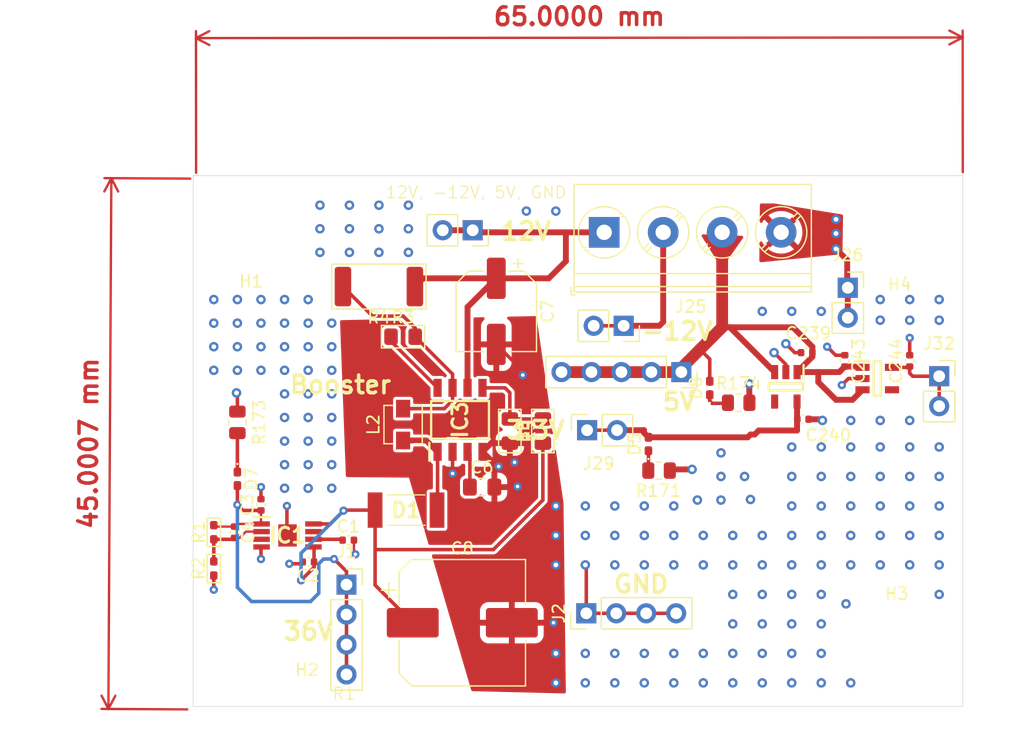
<source format=kicad_pcb>
(kicad_pcb (version 20240108) (generator "pcbnew") (generator_version "8.0")
  (layers (0 "F.Cu" signal) (1 "In1.Cu" power) (2 "In2.Cu" power) (31 "B.Cu" signal) (34 "B.Paste" user) (35 "F.Paste" user) (36 "B.SilkS" user "B.Silkscreen") (37 "F.SilkS" user "F.Silkscreen") (38 "B.Mask" user) (39 "F.Mask" user) (44 "Edge.Cuts" user))
  (net 0 "")
  (net 1 "5V")
  (net 2 "12V")
  (net 3 "3.3V")
  (net 4 "GND")
  (net 5 "Net-(D5-Pad1)")
  (net 6 "Net-(D7-Pad1)")
  (net 8 "-12V")
  (net 9 "Net-(D8-Pad1)")
  (net 10 "Net-(IC3-TC)")
  (net 11 "Net-(IC3-SWC)")
  (net 12 "Net-(IC3-CII)")
  (net 13 "36V")
  (net 14 "Net-(IC3-DRC)")
  (net 15 "Net-(IC3-IPK)")
  (net 17 "3.3V_2")
  (net 18 "Net-(IC1-SS)")
  (net 19 "36V_LDO")
  (net 20 "Net-(IC1-ADJ{slash}FF)")
  (footprint "Capacitor_SMD:C_0402_1005Metric" (layer "F.Cu") (at 185 55.2 90)
    (property "Reference" "C244")
    (property "Value" "1uF")
  )
  (footprint "LED_SMD:LED_0402_1005Metric_Pad0.77x0.64mm_HandSolder" (layer "F.Cu") (at 162.85 62.25 90)
    (property "Reference" "D5")
    (property "Value" "LED")
  )
  (footprint "Connector_PinSocket_2.54mm:PinSocket_1x02_P2.54mm_Vertical" (layer "F.Cu") (at 179.75 49)
    (property "Reference" "J26")
    (property "Value" "PINHD_1x2_Female")
  )
  (footprint "Connector_PinSocket_2.54mm:PinSocket_1x02_P2.54mm_Vertical" (layer "F.Cu") (at 157.65 61.075 90)
    (property "Reference" "J29")
    (property "Value" "PINHD_1x2_Female")
  )
  (footprint "Resistor_SMD:R_0805_2012Metric" (layer "F.Cu") (at 170.5 58.75)
    (property "Reference" "R174")
    (property "Value" "2.2k")
  )
  (footprint "PCM_Resistor_SMD_AKL:R_2512_6332Metric_Pad1.40x3.35mm_HandSolder" (layer "F.Cu") (at 140 48.9 180)
    (property "Reference" "R4")
    (property "Value" "0.22")
  )
  (footprint "Connector_PinSocket_2.54mm:PinSocket_1x04_P2.54mm_Vertical" (layer "F.Cu") (at 137.25 74.17)
    (property "Reference" "J1")
    (property "Value" "PINHD_1x4_Female")
  )
  (footprint "TerminalBlock_Phoenix:TerminalBlock_Phoenix_PT-1,5-4-5.0-H_1x04_P5.00mm_Horizontal" (layer "F.Cu") (at 159.1 44.3)
    (property "Reference" "J25")
    (property "Value" "Screw_Terminal_4_P5.00mm")
  )
  (footprint "Capacitor_SMD:CP_Elec_10x10.5" (layer "F.Cu") (at 147.0675 77.4)
    (property "Reference" "C8")
    (property "Value" "330uF_35V")
  )
  (footprint "PCM_Resistor_SMD_AKL:R_0805_2012Metric_Pad1.15x1.40mm_HandSolder" (layer "F.Cu") (at 153.9 61.15 90)
    (property "Reference" "R6")
    (property "Value" "280k")
  )
  (footprint "PCM_Resistor_SMD_AKL:R_0402_1005Metric_Pad0.72x0.64mm_HandSolder" (layer "F.Cu") (at 126 69.73 90)
    (property "Reference" "R1")
    (property "Value" "135k")
  )
  (footprint "Connector_PinHeader_2.54mm:PinHeader_1x04_P2.54mm_Vertical" (layer "F.Cu") (at 157.58 76.6 90)
    (property "Reference" "J2")
    (property "Value" "PINHD_1x4_Male")
  )
  (footprint "Inductor_SMD:L_Vishay_IHLP-1212" (layer "F.Cu") (at 142.05 60.6 90)
    (property "Reference" "L2")
    (property "Value" "180uH")
  )
  (footprint "SamacSys_Parts:SOP65P490X110-9N" (layer "F.Cu") (at 132.25 70)
    (property "Reference" "IC1")
    (property "Value" "NCP731ADNADJR2G" (hide yes))
  )
  (footprint "PCM_Resistor_SMD_AKL:R_0402_1005Metric_Pad0.72x0.64mm_HandSolder" (layer "F.Cu") (at 126 72.8 90)
    (property "Reference" "R2")
    (property "Value" "5k")
  )
  (footprint "Capacitor_SMD:C_0402_1005Metric" (layer "F.Cu") (at 134.02 72.25 180)
    (property "Reference" "C2")
    (property "Value" "1uF")
  )
  (footprint "SamacSys_Parts:TMBYV1040FILM" (layer "F.Cu") (at 142.3 67.85)
    (property "Reference" "D1")
    (property "Value" "TMBYV10-40FILM" (hide yes))
  )
  (footprint "MountingHole:MountingHole_3.2mm_M3" (layer "F.Cu") (at 129.5 44.15)
    (property "Reference" "H1")
    (property "Value" "MountingHole_M3")
  )
  (footprint "MountingHole:MountingHole_3.2mm_M3" (layer "F.Cu") (at 183.9 44.15)
    (property "Reference" "H4")
    (property "Value" "MountingHole_M3")
  )
  (footprint "Connector_PinSocket_2.54mm:PinSocket_1x02_P2.54mm_Vertical" (layer "F.Cu") (at 147.95 44.125 -90)
    (property "Reference" "J23" (hide yes))
    (property "Value" "PINHD_1x2_Female")
  )
  (footprint "LED_SMD:LED_0402_1005Metric_Pad0.77x0.64mm_HandSolder" (layer "F.Cu") (at 168.05 57.5 90)
    (property "Reference" "D8")
    (property "Value" "LED")
  )
  (footprint "Capacitor_SMD:C_0402_1005Metric" (layer "F.Cu") (at 127.75 69.73 -90)
    (property "Reference" "C4")
    (property "Value" "10nF")
  )
  (footprint "Capacitor_SMD:C_0402_1005Metric" (layer "F.Cu") (at 137.4 70.4)
    (property "Reference" "C1")
    (property "Value" "10nF")
  )
  (footprint "LED_SMD:LED_0402_1005Metric_Pad0.77x0.64mm_HandSolder" (layer "F.Cu") (at 128 65.2 -90)
    (property "Reference" "D7")
    (property "Value" "LED")
  )
  (footprint "PCM_Resistor_SMD_AKL:R_0805_2012Metric_Pad1.15x1.40mm_HandSolder" (layer "F.Cu") (at 151.1 61.15 -90)
    (property "Reference" "R5")
    (property "Value" "10k")
  )
  (footprint "Capacitor_SMD:CP_Elec_6.3x5.4" (layer "F.Cu") (at 149.95 51 -90)
    (property "Reference" "C7")
    (property "Value" "100uF_50V")
  )
  (footprint "Capacitor_SMD:C_0805_2012Metric_Pad1.18x1.45mm_HandSolder" (layer "F.Cu") (at 148.75 65.9)
    (property "Reference" "C6")
    (property "Value" "1.5nF")
  )
  (footprint "Capacitor_SMD:C_0402_1005Metric" (layer "F.Cu") (at 130 67.4 90)
    (property "Reference" "C3")
    (property "Value" "1uF")
  )
  (footprint "Connector_PinSocket_2.54mm:PinSocket_1x05_P2.54mm_Vertical" (layer "F.Cu") (at 165.64 56.15 -90)
    (property "Reference" "J28" (hide yes))
    (property "Value" "PINHD_1x5_Female")
  )
  (footprint "SamacSys_Parts:SOT95P280X145-5N" (layer "F.Cu") (at 174.5 57.4 -90)
    (property "Reference" "IC8" (hide yes))
    (property "Value" "TLV73333PDBVR" (hide yes))
  )
  (footprint "Connector_PinSocket_2.54mm:PinSocket_1x02_P2.54mm_Vertical" (layer "F.Cu") (at 160.75 52.225 -90)
    (property "Reference" "J24" (hide yes))
    (property "Value" "PINHD_1x2_Female")
  )
  (footprint "MountingHole:MountingHole_3.2mm_M3" (layer "F.Cu") (at 129.5 79.15)
    (property "Reference" "H2")
    (property "Value" "MountingHole_M3")
  )
  (footprint "SamacSys_Parts:SOT95P280X145-5N" (layer "F.Cu") (at 182.25 56.7)
    (property "Reference" "IC9" (hide yes))
    (property "Value" "TLV73333PDBVR" (hide yes))
  )
  (footprint "Resistor_SMD:R_0805_2012Metric" (layer "F.Cu") (at 163.75 64.5)
    (property "Reference" "R171")
    (property "Value" "2.2k")
  )
  (footprint "SamacSys_Parts:SOIC127P600X175-8N" (layer "F.Cu") (at 146.8775 60.19975 90)
    (property "Reference" "IC3")
    (property "Value" "MC34063ECD-TR" (hide yes))
  )
  (footprint "MountingHole:MountingHole_3.2mm_M3" (layer "F.Cu") (at 183.9 79.15)
    (property "Reference" "H3")
    (property "Value" "MountingHole_M3")
  )
  (footprint "Resistor_SMD:R_0805_2012Metric" (layer "F.Cu") (at 128 60.4125 90)
    (property "Reference" "R173")
    (property "Value" "2.2k")
  )
  (footprint "Capacitor_SMD:C_0402_1005Metric" (layer "F.Cu") (at 176.27 54.5)
    (property "Reference" "C239")
    (property "Value" "1uF")
  )
  (footprint "Capacitor_SMD:C_0402_1005Metric" (layer "F.Cu") (at 175.95 60.15)
    (property "Reference" "C240")
    (property "Value" "1uF")
  )
  (footprint "Capacitor_SMD:C_0402_1005Metric" (layer "F.Cu") (at 179.5 55.2 -90)
    (property "Reference" "C243")
    (property "Value" "1uF")
  )
  (footprint "Connector_PinSocket_2.54mm:PinSocket_1x02_P2.54mm_Vertical" (layer "F.Cu") (at 187.5 56.5)
    (property "Reference" "J32")
    (property "Value" "PINHD_1x2_Female")
  )
  (footprint "PCM_Resistor_SMD_AKL:R_0805_2012Metric_Pad1.15x1.40mm_HandSolder" (layer "F.Cu") (at 142.05 53.15)
    (property "Reference" "R3")
    (property "Value" "180")
  )
  (gr_line (start 124.25 84.5) (end 124.25 39.5) (stroke (width 0.05)) (layer "Edge.Cuts"))
  (gr_line (start 124.25 84.5) (end 189.5 84.5) (stroke (width 0.05)) (layer "Edge.Cuts"))
  (gr_line (start 124.25 39.5) (end 189.5 39.5) (stroke (width 0.05)) (layer "Edge.Cuts"))
  (gr_line (start 189.5 39.5) (end 189.5 84.5) (stroke (width 0.05)) (layer "Edge.Cuts"))
  (gr_text "3.3V" (at 150.65 61.95 0) (layer "F.SilkS") (effects (font (size 1.5 1.5) (thickness 0.3) (bold yes)) (justify left bottom)))
  (gr_text "12V" (at 150.2 45.1 0) (layer "F.SilkS") (effects (font (size 1.5 1.5) (thickness 0.3) (bold yes)) (justify left bottom)))
  (gr_text "5V\n" (at 163.9 59.55 0) (layer "F.SilkS") (effects (font (size 1.5 1.5) (thickness 0.3) (bold yes)) (justify left bottom)))
  (gr_text "R1" (at 136 84 0) (layer "F.SilkS") (effects (font (size 1 1) (thickness 0.1)) (justify left bottom)))
  (gr_text "-12V" (at 162.08 53.555 0) (layer "F.SilkS") (effects (font (size 1.5 1.5) (thickness 0.3) (bold yes)) (justify left bottom)))
  (gr_text "GND" (at 159.75 75 0) (layer "F.SilkS") (effects (font (size 1.5 1.5) (thickness 0.3) (bold yes)) (justify left bottom)))
  (gr_text "36V\n" (at 131.75 79 0) (layer "F.SilkS") (effects (font (size 1.5 1.5) (thickness 0.3) (bold yes)) (justify left bottom)))
  (gr_text "12V, -12V, 5V, GND" (at 140.5 41.5 0) (layer "F.SilkS") (effects (font (size 1 1) (thickness 0.1)) (justify left bottom)))
  (gr_text "Booster" (at 132.3 58.1 0) (layer "F.SilkS") (effects (font (size 1.5 1.5) (thickness 0.3) (bold yes)) (justify left bottom)))
  (dimension (type aligned) (layer "F.Cu") (pts (xy 124.5 39.75) (xy 124.25 84.75)) (height 7.187121) (gr_text "45.0007 mm" (at 115.388018 62.200072 89.68169339) (layer "F.Cu") (effects (font (size 1.5 1.5) (thickness 0.3)))) (format (prefix "") (suffix "") (units 3) (units_format 1) (precision 4)) (style (thickness 0.2) (arrow_length 1.27) (text_position_mode 0) (extension_height 0.58642) (extension_offset 0.5) keep_text_aligned))
  (dimension (type aligned) (layer "F.Cu") (pts (xy 124.5 39.75) (xy 189.5 39.7)) (height -11.917512) (gr_text "65.0000 mm" (at 156.989448 26.007493 0.04407366786) (layer "F.Cu") (effects (font (size 1.5 1.5) (thickness 0.3)))) (format (prefix "") (suffix "") (units 3) (units_format 1) (precision 4)) (style (thickness 0.2) (arrow_length 1.27) (text_position_mode 0) (extension_height 0.58642) (extension_offset 0.5) keep_text_aligned))
  (segment (start 169.1 44.3) (end 169.1 52.35) (width 1) (layer "F.Cu") (net 1))
  (segment (start 169.75 52.35) (end 173.55 56.15) (width 0.5) (layer "F.Cu") (net 1))
  (segment (start 180.15 58.5) (end 181 57.65) (width 0.5) (layer "F.Cu") (net 1))
  (segment (start 179.5 55.68) (end 180.93 55.68) (width 0.5) (layer "F.Cu") (net 1))
  (segment (start 175.1 52.35) (end 176.75 54) (width 0.5) (layer "F.Cu") (net 1))
  (segment (start 165.64 56.15) (end 165.64 55.81) (width 1) (layer "F.Cu") (net 1))
  (segment (start 168.05 55.05) (end 167.225 54.225) (width 0.3) (layer "F.Cu") (net 1))
  (segment (start 169.3 52.35) (end 175.1 52.35) (width 0.5) (layer "F.Cu") (net 1))
  (segment (start 177.25 56.15) (end 177.25 57) (width 0.5) (layer "F.Cu") (net 1))
  (segment (start 176.75 54.85) (end 175.45 56.15) (width 0.5) (layer "F.Cu") (net 1))
  (segment (start 165.64 56.15) (end 155.48 56.15) (width 1) (layer "F.Cu") (net 1))
  (segment (start 180.93 55.68) (end 181 55.75) (width 0.5) (layer "F.Cu") (net 1))
  (segment (start 169.1 52.35) (end 169.3 52.35) (width 0.5) (layer "F.Cu") (net 1))
  (segment (start 179.03 56.15) (end 179.5 55.68) (width 0.5) (layer "F.Cu") (net 1))
  (segment (start 165.64 55.81) (end 167.225 54.225) (width 1) (layer "F.Cu") (net 1))
  (segment (start 169.3 52.35) (end 169.75 52.35) (width 0.5) (layer "F.Cu") (net 1))
  (segment (start 176.75 54) (end 176.75 54.85) (width 0.5) (layer "F.Cu") (net 1))
  (segment (start 168.05 57.18) (end 168.05 55.05) (width 0.3) (layer "F.Cu") (net 1))
  (segment (start 178.75 58.5) (end 180.15 58.5) (width 0.5) (layer "F.Cu") (net 1))
  (segment (start 177.25 57) (end 178.75 58.5) (width 0.5) (layer "F.Cu") (net 1))
  (segment (start 167.225 54.225) (end 169.1 52.35) (width 1) (layer "F.Cu") (net 1))
  (segment (start 175.45 56.15) (end 177.25 56.15) (width 0.5) (layer "F.Cu") (net 1))
  (segment (start 177.25 56.15) (end 179.03 56.15) (width 0.5) (layer "F.Cu") (net 1))
  (segment (start 147.5125 50.6375) (end 149.95 48.2) (width 0.5) (layer "F.Cu") (net 2))
  (segment (start 147.5125 57.48775) (end 147.5125 50.6375) (width 0.5) (layer "F.Cu") (net 2))
  (segment (start 155.85 44.3) (end 148.125 44.3) (width 0.5) (layer "F.Cu") (net 2))
  (segment (start 155.85 46.75) (end 154.4 48.2) (width 0.5) (layer "F.Cu") (net 2))
  (segment (start 143.05 48.9) (end 143.75 48.2) (width 0.5) (layer "F.Cu") (net 2))
  (segment (start 143.75 48.2) (end 149.95 48.2) (width 0.5) (layer "F.Cu") (net 2))
  (segment (start 159.1 44.3) (end 155.85 44.3) (width 0.5) (layer "F.Cu") (net 2))
  (segment (start 155.85 44.3) (end 155.85 46.75) (width 0.5) (layer "F.Cu") (net 2))
  (segment (start 147.95 44.125) (end 145.41 44.125) (width 0.5) (layer "F.Cu") (net 2))
  (segment (start 148.125 44.3) (end 147.95 44.125) (width 0.5) (layer "F.Cu") (net 2))
  (segment (start 154.4 48.2) (end 149.95 48.2) (width 0.5) (layer "F.Cu") (net 2))
  (segment (start 172.2 61.1) (end 175.45 61.1) (width 0.5) (layer "F.Cu") (net 3))
  (segment (start 171.2675 61.6775) (end 171.5 61.445) (width 0.5) (layer "F.Cu") (net 3))
  (segment (start 171.855 61.445) (end 172.2 61.1) (width 0.5) (layer "F.Cu") (net 3))
  (segment (start 160.65 61.535) (end 160.19 61.075) (width 0.3) (layer "F.Cu") (net 3))
  (segment (start 162.85 61.6775) (end 171.2675 61.6775) (width 0.5) (layer "F.Cu") (net 3))
  (segment (start 162.48 61.3075) (end 162.85 61.6775) (width 0.5) (layer "F.Cu") (net 3))
  (segment (start 160.19 61.075) (end 157.65 61.075) (width 0.3) (layer "F.Cu") (net 3))
  (segment (start 162.48 61.075) (end 160.19 61.075) (width 0.5) (layer "F.Cu") (net 3))
  (segment (start 171.5 61.445) (end 171.855 61.445) (width 0.5) (layer "F.Cu") (net 3))
  (segment (start 162.48 61.075) (end 162.48 61.3075) (width 0.5) (layer "F.Cu") (net 3))
  (segment (start 175.45 58.65) (end 175.45 61.1) (width 0.5) (layer "F.Cu") (net 3))
  (segment (start 181 56.7) (end 179.8 56.7) (width 0.3) (layer "F.Cu") (net 4))
  (segment (start 179.7 48.8) (end 179.7 46.65) (width 0.5) (layer "F.Cu") (net 4))
  (segment (start 179.5 54.72) (end 178.72 54.72) (width 0.3) (layer "F.Cu") (net 4))
  (segment (start 149.7875 65.9) (end 151.7 65.9) (width 0.3) (layer "F.Cu") (net 4))
  (segment (start 176.43 60.15) (end 177.5 60.15) (width 0.5) (layer "F.Cu") (net 4))
  (segment (start 171.4 58.7625) (end 171.3625 58.8) (width 0.5) (layer "F.Cu") (net 4))
  (segment (start 146.2425 64.7425) (end 146.25 64.75) (width 0.3) (layer "F.Cu") (net 4))
  (segment (start 174.5 55.5) (end 173.5 54.5) (width 0.3) (layer "F.Cu") (net 4))
  (segment (start 157.58 72.58) (end 157.58 76.6) (width 0.3) (layer "F.Cu") (net 4))
  (segment (start 185 54.72) (end 185 53.25) (width 0.3) (layer "F.Cu") (net 4))
  (segment (start 157.58 76.6) (end 160.12 76.6) (width 0.3) (layer "F.Cu") (net 4))
  (segment (start 130 72) (end 130 71.025) (width 0.3) (layer "F.Cu") (net 4))
  (segment (start 149.95 53.8) (end 152.2 56.05) (width 0.3) (layer "F.Cu") (net 4))
  (segment (start 132.4 72.4) (end 133.39 72.4) (width 0.3) (layer "F.Cu") (net 4))
  (segment (start 166.55 64.4) (end 164.765 64.4) (width 0.5) (layer "F.Cu") (net 4))
  (segment (start 128 59.5) (end 128 57.9875) (width 0.3) (layer "F.Cu") (net 4))
  (segment (start 151.7 65.9) (end 151.75 65.85) (width 0.3) (layer "F.Cu") (net 4))
  (segment (start 177.5 60.15) (end 177.6 60.25) (width 0.5) (layer "F.Cu") (net 4))
  (segment (start 151.1 63.4) (end 151.5 63.8) (width 0.3) (layer "F.Cu") (net 4))
  (segment (start 148.91175 62.91175) (end 150.15 64.15) (width 0.3) (layer "F.Cu") (net 4))
  (segment (start 137.88 71.48) (end 138 71.6) (width 0.2) (layer "F.Cu") (net 4))
  (segment (start 175.79 54.5) (end 175.25 54.5) (width 0.3) (layer "F.Cu") (net 4))
  (segment (start 133.39 72.4) (end 133.54 72.25) (width 0.2) (layer "F.Cu") (net 4))
  (segment (start 132.2 67.5) (end 132.2 69.95) (width 0.3) (layer "F.Cu") (net 4))
  (segment (start 128 57.9875) (end 127.925 57.9125) (width 0.3) (layer "F.Cu") (net 4))
  (segment (start 126 73.3975) (end 126 74.6) (width 0.3) (layer "F.Cu") (net 4))
  (segment (start 151.2675 77.4) (end 154.8 77.4) (width 0.3) (layer "F.Cu") (net 4))
  (segment (start 174.5 56.15) (end 174.5 55.5) (width 0.3) (layer "F.Cu") (net 4))
  (segment (start 130 71.025) (end 130.05 70.975) (width 0.2) (layer "F.Cu") (net 4))
  (segment (start 160.12 76.6) (end 162.66 76.6) (width 0.3) (layer "F.Cu") (net 4))
  (segment (start 146.2425 62.91175) (end 146.2425 64.7425) (width 0.3) (layer "F.Cu") (net 4))
  (segment (start 179.8 56.7) (end 179.25 57.25) (width 0.3) (layer "F.Cu") (net 4))
  (segment (start 130 66.92) (end 130 65.9) (width 0.3) (layer "F.Cu") (net 4))
  (segment (start 157.5 72.5) (end 157.58 72.58) (width 0.3) (layer "F.Cu") (net 4))
  (segment (start 179.7 46.65) (end 178.75 45.7) (width 0.5) (layer "F.Cu") (net 4))
  (segment (start 132.2 69.95) (end 132.25 70) (width 0.3) (layer "F.Cu") (net 4))
  (segment (start 162.66 76.6) (end 165.2 76.6) (width 0.3) (layer "F.Cu") (net 4))
  (segment (start 137.88 70.4) (end 137.88 71.48) (width 0.2) (layer "F.Cu") (net 4))
  (segment (start 171.4 57.15) (end 171.4 58.7625) (width 0.5) (layer "F.Cu") (net 4))
  (segment (start 178.72 54.72) (end 178 54) (width 0.3) (layer "F.Cu") (net 4))
  (segment (start 175.25 54.5) (end 174.5 53.75) (width 0.3) (layer "F.Cu") (net 4))
  (segment (start 148.7825 62.91175) (end 148.91175 62.91175) (width 0.3) (layer "F.Cu") (net 4))
  (segment (start 171.5 66.95) (end 171.62 66.95) (width 0.5) (layer "F.Cu") (net 4))
  (segment (start 179.75 51.54) (end 179.75 49) (width 0.5) (layer "F.Cu") (net 4))
  (segment (start 151.1 62.175) (end 151.1 63.4) (width 0.3) (layer "F.Cu") (net 4))
  (segment (start 152.2 56.05) (end 152.2 56.4) (width 0.3) (layer "F.Cu") (net 4))
  (via (at 160 70) (size 0.8) (drill 0.4) (layers "F.Cu" "B.Cu") (net 4))
  (via (at 162.5 70) (size 0.8) (drill 0.4) (layers "F.Cu" "B.Cu") (net 4))
  (via (at 134 64) (size 0.8) (drill 0.4) (layers "F.Cu" "B.Cu") (net 4))
  (via (at 177.5 80) (size 0.8) (drill 0.4) (layers "F.Cu" "B.Cu") (net 4))
  (via (at 135 44) (size 0.8) (drill 0.4) (layers "F.Cu" "B.Cu") (net 4))
  (via (at 136 60) (size 0.8) (drill 0.4) (layers "F.Cu" "B.Cu") (net 4))
  (via (at 167.5 70) (size 0.8) (drill 0.4) (layers "F.Cu" "B.Cu") (net 4))
  (via (at 175 77.5) (size 0.8) (drill 0.4) (layers "F.Cu" "B.Cu") (net 4))
  (via (at 160 72.5) (size 0.8) (drill 0.4) (layers "F.Cu" "B.Cu") (net 4))
  (via (at 155 42.5) (size 0.8) (drill 0.4) (layers "F.Cu" "B.Cu") (net 4))
  (via (at 130 50) (size 0.8) (drill 0.4) (layers "F.Cu" "B.Cu") (net 4))
  (via (at 172.5 70) (size 0.8) (drill 0.4) (layers "F.Cu" "B.Cu") (net 4))
  (via (at 166.55 64.4) (size 0.8) (drill 0.4) (layers "F.Cu" "B.Cu") (net 4))
  (via (at 171.5 66.95) (size 0.8) (drill 0.4) (layers "F.Cu" "B.Cu") (net 4))
  (via (at 167.5 80) (size 0.8) (drill 0.4) (layers "F.Cu" "B.Cu") (net 4))
  (via (at 135 46) (size 0.8) (drill 0.4) (layers "F.Cu" "B.Cu") (net 4))
  (via (at 165 82.5) (size 0.8) (drill 0.4) (layers "F.Cu" "B.Cu") (net 4))
  (via (at 132 60) (size 0.8) (drill 0.4) (layers "F.Cu" "B.Cu") (net 4))
  (via (at 135 42) (size 0.8) (drill 0.4) (layers "F.Cu" "B.Cu") (net 4))
  (via (at 134 50) (size 0.8) (drill 0.4) (layers "F.Cu" "B.Cu") (net 4))
  (via (at 132 56) (size 0.8) (drill 0.4) (layers "F.Cu" "B.Cu") (net 4))
  (via (at 151.75 65.85) (size 0.7) (drill 0.3) (layers "F.Cu" "B.Cu") (net 4))
  (via (at 180 72.5) (size 0.8) (drill 0.4) (layers "F.Cu" "B.Cu") (net 4))
  (via (at 179.6 75.8) (size 0.8) (drill 0.4) (layers "F.Cu" "B.Cu") (net 4))
  (via (at 136 52) (size 0.8) (drill 0.4) (layers "F.Cu" "B.Cu") (net 4))
  (via (at 172.5 80) (size 0.8) (drill 0.4) (layers "F.Cu" "B.Cu") (net 4))
  (via (at 130 54) (size 0.8) (drill 0.4) (layers "F.Cu" "B.Cu") (net 4))
  (via (at 180 60.25) (size 0.8) (drill 0.4) (layers "F.Cu" "B.Cu") (net 4))
  (via (at 160 80) (size 0.8) (drill 0.4) (layers "F.Cu" "B.Cu") (net 4))
  (via (at 162.5 80) (size 0.8) (drill 0.4) (layers "F.Cu" "B.Cu") (net 4))
  (via (at 142.5 42) (size 0.8) (drill 0.4) (layers "F.Cu" "B.Cu") (net 4))
  (via (at 155 82.5) (size 0.8) (drill 0.4) (layers "F.Cu" "B.Cu") (net 4))
  (via (at 126 52) (size 0.8) (drill 0.4) (layers "F.Cu" "B.Cu") (net 4))
  (via (at 182.5 51.75) (size 0.8) (drill 0.4) (layers "F.Cu" "B.Cu") (net 4))
  (via (at 150.15 64.15) (size 0.7) (drill 0.3) (layers "F.Cu" "B.Cu") (net 4))
  (via (at 180 70) (size 0.8) (drill 0.4) (layers "F.Cu" "B.Cu") (net 4))
  (via (at 132.4 72.4) (size 0.7) (drill 0.3) (layers "F.Cu" "B.Cu") (net 4))
  (via (at 185 70) (size 0.8) (drill 0.4) (layers "F.Cu" "B.Cu") (net 4))
  (via (at 187.5 72.5) (size 0.8) (drill 0.4) (layers "F.Cu" "B.Cu") (net 4))
  (via (at 169 63) (size 0.8) (drill 0.4) (layers "F.Cu" "B.Cu") (net 4))
  (via (at 160 82.5) (size 0.8) (drill 0.4) (layers "F.Cu" "B.Cu") (net 4))
  (via (at 175 75) (size 0.8) (drill 0.4) (layers "F.Cu" "B.Cu") (net 4))
  (via (at 182.5 72.5) (size 0.8) (drill 0.4) (layers "F.Cu" "B.Cu") (net 4))
  (via (at 142.5 46) (size 0.8) (drill 0.4) (layers "F.Cu" "B.Cu") (net 4))
  (via (at 152.5 42.5) (size 0.8) (drill 0.4) (layers "F.Cu" "B.Cu") (net 4))
  (via (at 136 58) (size 0.8) (drill 0.4) (layers "F.Cu" "B.Cu") (net 4))
  (via (at 187.5 50) (size 0.8) (drill 0.4) (layers "F.Cu" "B.Cu") (net 4))
  (via (at 155 80) (size 0.8) (drill 0.4) (layers "F.Cu" "B.Cu") (net 4))
  (via (at 132.2 67.5) (size 0.7) (drill 0.3) (layers "F.Cu" "B.Cu") (net 4))
  (via (at 126 56) (size 0.8) (drill 0.4) (layers "F.Cu" "B.Cu") (net 4))
  (via (at 175 62.5) (size 0.8) (drill 0.4) (layers "F.Cu" "B.Cu") (net 4))
  (via (at 172.5 82.5) (size 0.8) (drill 0.4) (layers "F.Cu" "B.Cu") (net 4))
  (via (at 134 58) (size 0.8) (drill 0.4) (layers "F.Cu" "B.Cu") (net 4))
  (via (at 157.5 82.5) (size 0.8) (drill 0.4) (layers "F.Cu" "B.Cu") (net 4))
  (via (at 142.5 44) (size 0.8) (drill 0.4) (layers "F.Cu" "B.Cu") (net 4))
  (via (at 126 50) (size 0.8) (drill 0.4) (layers "F.Cu" "B.Cu") (net 4))
  (via (at 167 67) (size 0.8) (drill 0.4) (layers "F.Cu" "B.Cu") (net 4))
  (via (at 177.5 72.5) (size 0.8) (drill 0.4) (layers "F.Cu" "B.Cu") (net 4))
  (via (at 132 62) (size 0.8) (drill 0.4) (layers "F.Cu" "B.Cu") (net 4))
  (via (at 130 65.9) (size 0.7) (drill 0.3) (layers "F.Cu" "B.Cu") (net 4))
  (via (at 178.75 44.4) (size 0.8) (drill 0.4) (layers "F.Cu" "B.Cu") (net 4))
  (via (at 187.5 65) (size 0.8) (drill 0.4) (layers "F.Cu" "B.Cu") (net 4))
  (via (at 177.5 75) (size 0.8) (drill 0.4) (layers "F.Cu" "B.Cu") (net 4))
  (via (at 157.5 80) (size 0.8) (drill 0.4) (layers "F.Cu" "B.Cu") (net 4))
  (via (at 177.5 70) (size 0.8) (drill 0.4) (layers "F.Cu" "B.Cu") (net 4))
  (via (at 165 70) (size 0.8) (drill 0.4) (layers "F.Cu" "B.Cu") (net 4))
  (via (at 134 66) (size 0.8) (drill 0.4) (layers "F.Cu" "B.Cu") (net 4))
  (via (at 146.25 64.75) (size 0.7) (drill 0.3) (layers "F.Cu" "B.Cu") (net 4))
  (via (at 173.5 54.5) (size 0.8) (drill 0.4) (layers "F.Cu" "B.Cu") (net 4))
  (via (at 132 52) (size 0.8) (drill 0.4) (layers "F.Cu" "B.Cu") (net 4))
  (via (at 162.5 67.5) (size 0.8) (drill 0.4) (layers "F.Cu" "B.Cu") (net 4))
  (via (at 132 54) (size 0.8) (drill 0.4) (layers "F.Cu" "B.Cu") (net 4))
  (via (at 130 72) (size 0.7) (drill 0.3) (layers "F.Cu" "B.Cu") (net 4))
  (via (at 172.5 77.5) (size 0.8) (drill 0.4) (layers "F.Cu" "B.Cu") (net 4))
  (via (at 140 42) (size 0.8) (drill 0.4) (layers "F.Cu" "B.Cu") (net 4))
  (via (at 128 50) (size 0.8) (drill 0.4) (layers "F.Cu" "B.Cu") (net 4))
  (via (at 185 50) (size 0.8) (drill 0.4) (layers "F.Cu" "B.Cu") (net 4))
  (via (at 178.75 43.2) (size 0.8) (drill 0.4) (layers "F.Cu" "B.Cu") (net 4))
  (via (at 134 54) (size 0.8) (drill 0.4) (layers "F.Cu" "B.Cu") (net 4))
  (via (at 132 50) (size 0.8) (drill 0.4) (layers "F.Cu" "B.Cu") (net 4))
  (via (at 185 72.5) (size 0.8) (drill 0.4) (layers "F.Cu" "B.Cu") (net 4))
  (via (at 177.5 62.5) (size 0.8) (drill 0.4) (layers "F.Cu" "B.Cu") (net 4))
  (via (at 126 54) (size 0.8) (drill 0.4) (layers "F.Cu" "B.Cu") (net 4))
  (via (at 182.5 60.25) (size 0.8) (drill 0.4) (layers "F.Cu" "B.Cu") (net 4))
  (via (at 155 70) (size 0.8) (drill 0.4) (layers "F.Cu" "B.Cu") (net 4))
  (via (at 187.5 51.75) (size 0.8) (drill 0.4) (layers "F.Cu" "B.Cu") (net 4))
  (via (at 170 72.5) (size 0.8) (drill 0.4) (layers "F.Cu" "B.Cu") (net 4))
  (via (at 171 65) (size 0.8) (drill 0.4) (layers "F.Cu" "B.Cu") (net 4))
  (via (at 136 66) (size 0.8) (drill 0.4) (layers "F.Cu" "B.Cu") (net 4))
  (via (at 182.5 65) (size 0.8) (drill 0.4) (layers "F.Cu" "B.Cu") (net 4))
  (via (at 137.5 44) (size 0.8) (drill 0.4) (layers "F.Cu" "B.Cu") (net 4))
  (via (at 187.5 70) (size 0.8) (drill 0.4) (layers "F.Cu" "B.Cu") (net 4))
  (via (at 170 75) (size 0.8) (drill 0.4) (layers "F.Cu" "B.Cu") (net 4))
  (via (at 182.5 70) (size 0.8) (drill 0.4) (layers "F.Cu" "B.Cu") (net 4))
  (via (at 177.5 77.5) (size 0.8) (drill 0.4) (layers "F.Cu" "B.Cu") (net 4))
  (via (at 162.5 82.5) (size 0.8) (drill 0.4) (layers "F.Cu" "B.Cu") (net 4))
  (via (at 180 65) (size 0.8) (drill 0.4) (layers "F.Cu" "B.Cu") (net 4))
  (via (at 187.5 62.5) (size 0.8) (drill 0.4) (layers "F.Cu" "B.Cu") (net 4))
  (via (at 185 53.25) (size 0.7) (drill 0.3) (layers "F.Cu" "B.Cu") (net 4))
  (via (at 167.5 72.5) (size 0.8) (drill 0.4) (layers "F.Cu" "B.Cu") (net 4))
  (via (at 175 72.5) (size 0.8) (drill 0.4) (layers "F.Cu" "B.Cu") (net 4))
  (via (at 128 56) (size 0.8) (drill 0.4) (layers "F.Cu" "B.Cu") (net 4))
  (via (at 169 65) (size 0.8) (drill 0.4) (layers "F.Cu" "B.Cu") (net 4))
  (via (at 157.5 67.5) (size 0.8) (drill 0.4) (layers "F.Cu" "B.Cu") (net 4))
  (via (at 175 65) (size 0.8) (drill 0.4) (layers "F.Cu" "B.Cu") (net 4))
  (via (at 170 70) (size 0.8) (drill 0.4) (layers "F.Cu" "B.Cu") (net 4))
  (via (at 128 54) (size 0.8) (drill 0.4) (layers "F.Cu" "B.Cu") (net 4))
  (via (at 134 62) (size 0.8) (drill 0.4) (layers "F.Cu" "B.Cu") (net 4))
  (via (at 137.5 46) (size 0.8) (drill 0.4) (layers "F.Cu" "B.Cu") (net 4))
  (via (at 137.5 42) (size 0.8) (drill 0.4) (layers "F.Cu" "B.Cu") (net 4))
  (via (at 175 51) (size 0.8) (drill 0.4) (layers "F.Cu" "B.Cu") (net 4))
  (via (at 134 52) (size 0.8) (drill 0.4) (layers "F.Cu" "B.Cu") (net 4))
  (via (at 136 62) (size 0.8) (drill 0.4) (layers "F.Cu" "B.Cu") (net 4))
  (via (at 185 62.5) (size 0.8) (drill 0.4) (layers "F.Cu" "B.Cu") (net 4))
  (via (at 169 67) (size 0.8) (drill 0.4) (layers "F.Cu" "B.Cu") (net 4))
  (via (at 130 56) (size 0.8) (drill 0.4) (layers "F.Cu" "B.Cu") (net 4))
  (via (at 177.6 60.25) (size 0.8) (drill 0.4) (layers "F.Cu" "B.Cu") (net 4))
  (via (at 180 82.5) (size 0.8) (drill 0.4) (layers "F.Cu" "B.Cu") (net 4))
  (via (at 132 66) (size 0.8) (drill 0.4) (layers "F.Cu" "B.Cu") (net 4))
  (via (at 179.25 57.25) (size 0.7) (drill 0.3) (layers "F.Cu" "B.Cu") (net 4))
  (via (at 175 82.5) (size 0.8) (drill 0.4) (layers "F.Cu" "B.Cu") (net 4))
  (via (at 170 80) (size 0.8) (drill 0.4) (layers "F.Cu" "B.Cu") (net 4))
  (via (at 174.5 53.75) (size 0.8) (drill 0.4) (layers "F.Cu" "B.Cu") (net 4))
  (via (at 172.5 72.5) (size 0.8) (drill 0.4) (layers "F.Cu" "B.Cu") (net 4))
  (via (at 154.8 77.4) (size 0.7) (drill 0.3) (layers "F.Cu" "B.Cu") (net 4))
  (via (at 178.75 45.7) (size 0.8) (drill 0.4) (layers "F.Cu" "B.Cu") (net 4))
  (via (at 151.5 63.8) (size 0.7) (drill 0.3) (layers "F.Cu" "B.Cu") (net 4))
  (via (at 155 72.5) (size 0.8) (drill 0.4) (layers "F.Cu" "B.Cu") (net 4))
  (via (at 157.5 72.5) (size 0.8) (drill 0.4) (layers "F.Cu" "B.Cu") (net 4))
  (via (at 134 60) (size 0.8) (drill 0.4) (layers "F.Cu" "B.Cu") (net 4))
  (via (at 187.5 67.5) (size 0.8) (drill 0.4) (layers "F.Cu" "B.Cu") (net 4))
  (via (at 180 62.5) (size 0.8) (drill 0.4) (layers "F.Cu" "B.Cu") (net 4))
  (via (at 177.5 65) (size 0.8) (drill 0.4) (layers "F.Cu" "B.Cu") (net 4))
  (via (at 177.5 67.5) (size 0.8) (drill 0.4) (layers "F.Cu" "B.Cu") (net 4))
  (via (at 127.925 57.9125) (size 0.8) (drill 0.4) (layers "F.Cu" "B.Cu") (net 4))
  (via (at 175 70) (size 0.8) (drill 0.4) (layers "F.Cu" "B.Cu") (net 4))
  (via (at 182.5 67.5) (size 0.8) (drill 0.4) (layers "F.Cu" "B.Cu") (net 4))
  (via (at 134 56) (size 0.8) (drill 0.4) (layers "F.Cu" "B.Cu") (net 4))
  (via (at 185 51.75) (size 0.8) (drill 0.4) (layers "F.Cu" "B.Cu") (net 4))
  (via (at 177.5 82.5) (size 0.8) (drill 0.4) (layers "F.Cu" "B.Cu") (net 4))
  (via (at 170 82.5) (size 0.8) (drill 0.4) (layers "F.Cu" "B.Cu") (net 4))
  (via (at 167.5 82.5) (size 0.8) (drill 0.4) (layers "F.Cu" "B.Cu") (net 4))
  (via (at 136 64) (size 0.8) (drill 0.4) (layers "F.Cu" "B.Cu") (net 4))
  (via (at 152.2 56.4) (size 0.7) (drill 0.3) (layers "F.Cu" "B.Cu") (net 4))
  (via (at 136 54) (size 0.8) (drill 0.4) (layers "F.Cu" "B.Cu") (net 4))
  (via (at 177.5 51) (size 0.8) (drill 0.4) (layers "F.Cu" "B.Cu") (net 4))
  (via (at 140 44) (size 0.8) (drill 0.4) (layers "F.Cu" "B.Cu") (net 4))
  (via (at 182.5 50) (size 0.8) (drill 0.4) (layers "F.Cu" "B.Cu") (net 4))
  (via (at 170 77.5) (size 0.8) (drill 0.4) (layers "F.Cu" "B.Cu") (net 4))
  (via (at 175 80) (size 0.8) (drill 0.4) (layers "F.Cu" "B.Cu") (net 4))
  (via (at 160 67.5) (size 0.8) (drill 0.4) (layers "F.Cu" "B.Cu") (net 4))
  (via (at 162.5 72.5) (size 0.8) (drill 0.4) (layers "F.Cu" "B.Cu") (net 4))
  (via (at 165 80) (size 0.8) (drill 0.4) (layers "F.Cu" "B.Cu") (net 4))
  (via (at 157.5 70) (size 0.8) (drill 0.4) (layers "F.Cu" "B.Cu") (net 4))
  (via (at 185 65) (size 0.8) (drill 0.4) (layers "F.Cu" "B.Cu") (net 4))
  (via (at 165 72.5) (size 0.8) (drill 0.4) (layers "F.Cu" "B.Cu") (net 4))
  (via (at 130 52) (size 0.8) (drill 0.4) (layers "F.Cu" "B.Cu") (net 4))
  (via (at 180 67.5) (size 0.8) (drill 0.4) (layers "F.Cu" "B.Cu") (net 4))
  (via (at 136 56) (size 0.8) (drill 0.4) (layers "F.Cu" "B.Cu") (net 4))
  (via (at 172.5 75) (size 0.8) (drill 0.4) (layers "F.Cu" "B.Cu") (net 4))
  (via (at 171.4 57.15) (size 0.8) (drill 0.4) (layers "F.Cu" "B.Cu") (net 4))
  (via (at 140 46) (size 0.8) (drill 0.4) (layers "F.Cu" "B.Cu") (net 4))
  (via (at 132 64) (size 0.8) (drill 0.4) (layers "F.Cu" "B.Cu") (net 4))
  (via (at 155 67.5) (size 0.8) (drill 0.4) (layers "F.Cu" "B.Cu") (net 4))
  (via (at 138 71.6) (size 0.7) (drill 0.3) (layers "F.Cu" "B.Cu") (net 4))
  (via (at 126 74.6) (size 0.7) (drill 0.3) (layers "F.Cu" "B.Cu") (net 4))
  (via (at 185 67.5) (size 0.8) (drill 0.4) (layers "F.Cu" "B.Cu") (net 4))
  (via (at 187.5 75) (size 0.8) (drill 0.4) (layers "F.Cu" "B.Cu") (net 4))
  (via (at 182.5 62.5) (size 0.8) (drill 0.4) (layers "F.Cu" "B.Cu") (net 4))
  (via (at 175 67.5) (size 0.8) (drill 0.4) (layers "F.Cu" "B.Cu") (net 4))
  (via (at 132 58) (size 0.8) (drill 0.4) (layers "F.Cu" "B.Cu") (net 4))
  (via (at 185 60.25) (size 0.8) (drill 0.4) (layers "F.Cu" "B.Cu") (net 4))
  (via (at 165 67.5) (size 0.8) (drill 0.4) (layers "F.Cu" "B.Cu") (net 4))
  (via (at 128 52) (size 0.8) (drill 0.4) (layers "F.Cu" "B.Cu") (net 4))
  (via (at 178 54) (size 0.7) (drill 0.3) (layers "F.Cu" "B.Cu") (net 4))
  (via (at 172.5 51) (size 0.8) (drill 0.4) (layers "F.Cu" "B.Cu") (net 4))
  (segment (start 162.85 64.4875) (end 162.8375 64.5) (width 0.3) (layer "F.Cu") (net 5))
  (segment (start 162.85 62.8225) (end 162.85 64.4875) (width 0.3) (layer "F.Cu") (net 5))
  (segment (start 128 61.325) (end 128 64.6275) (width 0.3) (layer "F.Cu") (net 6))
  (segment (start 160.75 52.225) (end 158.21 52.225) (width 0.3) (layer "F.Cu") (net 8))
  (segment (start 164.1 51.9) (end 163.775 52.225) (width 0.5) (layer "F.Cu") (net 8))
  (segment (start 164.1 44.3) (end 164.1 51.9) (width 0.5) (layer "F.Cu") (net 8))
  (segment (start 163.775 52.225) (end 160.75 52.225) (width 0.5) (layer "F.Cu") (net 8))
  (segment (start 168.05 58.6) (end 168.25 58.8) (width 0.3) (layer "F.Cu") (net 9))
  (segment (start 168.05 57.82) (end 168.05 58.6) (width 0.3) (layer "F.Cu") (net 9))
  (segment (start 168.25 58.8) (end 169.5375 58.8) (width 0.3) (layer "F.Cu") (net 9))
  (segment (start 147.7125 65.9) (end 147.7125 63.11175) (width 0.3) (layer "F.Cu") (net 10))
  (segment (start 147.7125 63.11175) (end 147.5125 62.91175) (width 0.3) (layer "F.Cu") (net 10))
  (segment (start 144.9725 67.8025) (end 144.925 67.85) (width 0.3) (layer "F.Cu") (net 11))
  (segment (start 142.05 61.95) (end 144.01075 61.95) (width 0.5) (layer "F.Cu") (net 11))
  (segment (start 144.9 62.98425) (end 144.9725 62.91175) (width 0.3) (layer "F.Cu") (net 11))
  (segment (start 144.9725 62.91175) (end 144.9725 67.8025) (width 0.3) (layer "F.Cu") (net 11))
  (segment (start 144.01075 61.95) (end 144.9725 62.91175) (width 0.5) (layer "F.Cu") (net 11))
  (segment (start 151.1 57.9) (end 151.1 60.125) (width 0.3) (layer "F.Cu") (net 12))
  (segment (start 148.7825 57.48775) (end 150.68775 57.48775) (width 0.3) (layer "F.Cu") (net 12))
  (segment (start 150.68775 57.48775) (end 151.1 57.9) (width 0.3) (layer "F.Cu") (net 12))
  (segment (start 153.9 60.125) (end 151.1 60.125) (width 0.3) (layer "F.Cu") (net 12))
  (segment (start 134.5 72.25) (end 134.5 71.025) (width 0.3) (layer "F.Cu") (net 13))
  (segment (start 139.675 67.85) (end 137.05 67.85) (width 0.3) (layer "F.Cu") (net 13))
  (segment (start 135.875 69.025) (end 134.45 69.025) (width 0.3) (layer "F.Cu") (net 13))
  (segment (start 134.4 68.975) (end 134.45 69.025) (width 0.3) (layer "F.Cu") (net 13))
  (segment (start 153.9 67) (end 153.9 62.175) (width 0.3) (layer "F.Cu") (net 13))
  (segment (start 139.675 71.2) (end 139.675 74.2075) (width 0.3) (layer "F.Cu") (net 13))
  (segment (start 134.5 72.7) (end 134.5 72.25) (width 0.3) (layer "F.Cu") (net 13))
  (segment (start 137.05 67.85) (end 137 67.9) (width 0.3) (layer "F.Cu") (net 13))
  (segment (start 137 67.9) (end 135.875 69.025) (width 0.3) (layer "F.Cu") (net 13))
  (segment (start 149.7 71.2) (end 153.9 67) (width 0.3) (layer "F.Cu") (net 13))
  (segment (start 133.4 73.8) (end 133.4 73.659999) (width 0.3) (layer "F.Cu") (net 13))
  (segment (start 134.5 71.025) (end 134.45 70.975) (width 0.2) (layer "F.Cu") (net 13))
  (segment (start 139.675 74.2075) (end 142.8675 77.4) (width 0.3) (layer "F.Cu") (net 13))
  (segment (start 139.675 67.85) (end 139.675 71.2) (width 0.3) (layer "F.Cu") (net 13))
  (segment (start 139.675 71.2) (end 149.7 71.2) (width 0.3) (layer "F.Cu") (net 13))
  (segment (start 133.4 73.8) (end 134.5 72.7) (width 0.3) (layer "F.Cu") (net 13))
  (via (at 133.4 73.8) (size 0.7) (drill 0.3) (layers "F.Cu" "B.Cu") (net 13))
  (via (at 137 67.9) (size 0.7) (drill 0.3) (layers "F.Cu" "B.Cu") (net 13))
  (segment (start 133.4 73.8) (end 133.4 71.5) (width 0.3) (layer "B.Cu") (net 13))
  (segment (start 137 67.9) (end 133.4 71.5) (width 0.3) (layer "B.Cu") (net 13))
  (segment (start 144.9725 57.48775) (end 141.025 53.54025) (width 0.3) (layer "F.Cu") (net 14))
  (segment (start 141.025 53.54025) (end 141.025 53.15) (width 0.3) (layer "F.Cu") (net 14))
  (segment (start 143.075 52.425) (end 143.075 53.15) (width 0.3) (layer "F.Cu") (net 15))
  (segment (start 145.54275 59.25) (end 146.2425 58.55025) (width 0.3) (layer "F.Cu") (net 15))
  (segment (start 142.05 59.25) (end 145.54275 59.25) (width 0.3) (layer "F.Cu") (net 15))
  (segment (start 136.95 48.9) (end 139.45 51.4) (width 0.3) (layer "F.Cu") (net 15))
  (segment (start 139.45 51.4) (end 142.05 51.4) (width 0.3) (layer "F.Cu") (net 15))
  (segment (start 146.2425 56.3175) (end 146.2425 57.48775) (width 0.3) (layer "F.Cu") (net 15))
  (segment (start 146.2425 58.55025) (end 146.2425 57.48775) (width 0.3) (layer "F.Cu") (net 15))
  (segment (start 142.05 51.4) (end 143.075 52.425) (width 0.3) (layer "F.Cu") (net 15))
  (segment (start 146.2425 56.3175) (end 143.075 53.15) (width 0.3) (layer "F.Cu") (net 15))
  (segment (start 143.05 53.125) (end 143.075 53.15) (width 0.3) (layer "F.Cu") (net 15))
  (segment (start 185 56.25) (end 185.25 56.5) (width 0.3) (layer "F.Cu") (net 17))
  (segment (start 185.25 56.5) (end 187.5 56.5) (width 0.3) (layer "F.Cu") (net 17))
  (segment (start 184.93 55.75) (end 185 55.68) (width 0.3) (layer "F.Cu") (net 17))
  (segment (start 187.5 56.5) (end 187.5 59.04) (width 0.3) (layer "F.Cu") (net 17))
  (segment (start 185 55.68) (end 185 56.25) (width 0.3) (layer "F.Cu") (net 17))
  (segment (start 183.5 55.75) (end 184.93 55.75) (width 0.3) (layer "F.Cu") (net 17))
  (segment (start 134.45 70.325) (end 136.845 70.325) (width 0.3) (layer "F.Cu") (net 18))
  (segment (start 136.845 70.325) (end 136.92 70.4) (width 0.2) (layer "F.Cu") (net 18))
  (segment (start 127.75 69.25) (end 126.1175 69.25) (width 0.2) (layer "F.Cu") (net 19))
  (segment (start 130 67.88) (end 128.48 67.88) (width 0.3) (layer "F.Cu") (net 19))
  (segment (start 130.05 69.025) (end 127.975 69.025) (width 0.2) (layer "F.Cu") (net 19))
  (segment (start 136.2 72) (end 137.25 73.05) (width 0.3) (layer "F.Cu") (net 19))
  (segment (start 130 68.975) (end 130.05 69.025) (width 0.2) (layer "F.Cu") (net 19))
  (segment (start 126.1175 69.25) (end 126 69.1325) (width 0.2) (layer "F.Cu") (net 19))
  (segment (start 137.25 73.05) (end 137.25 74.17) (width 0.3) (layer "F.Cu") (net 19))
  (segment (start 137.25 79.25) (end 137.25 76.71) (width 0.3) (layer "F.Cu") (net 19))
  (segment (start 128.48 67.88) (end 128 67.4) (width 0.3) (layer "F.Cu") (net 19))
  (segment (start 137.25 81.79) (end 137.25 79.25) (width 0.3) (layer "F.Cu") (net 19))
  (segment (start 130 67.88) (end 130 68.975) (width 0.2) (layer "F.Cu") (net 19))
  (segment (start 127.6325 69.1325) (end 127.75 69.25) (width 0.2) (layer "F.Cu") (net 19))
  (segment (start 128 65.7725) (end 128 67.4) (width 0.3) (layer "F.Cu") (net 19))
  (segment (start 137.25 76.71) (end 137.25 74.17) (width 0.3) (layer "F.Cu") (net 19))
  (segment (start 127.975 69.025) (end 127.75 69.25) (width 0.2) (layer "F.Cu") (net 19))
  (via (at 128 67.4) (size 0.7) (drill 0.3) (layers "F.Cu" "B.Cu") (net 19))
  (via (at 136.2 72) (size 0.7) (drill 0.3) (layers "F.Cu" "B.Cu") (net 19))
  (segment (start 129.2 75.6) (end 134.2 75.6) (width 0.3) (layer "B.Cu") (net 19))
  (segment (start 134.2 75.6) (end 134.9 74.9) (width 0.3) (layer "B.Cu") (net 19))
  (segment (start 135.3 72) (end 136.2 72) (width 0.3) (layer "B.Cu") (net 19))
  (segment (start 128 67.4) (end 128 74.4) (width 0.3) (layer "B.Cu") (net 19))
  (segment (start 134.9 72.4) (end 135.3 72) (width 0.3) (layer "B.Cu") (net 19))
  (segment (start 136.2 72) (end 136.2 72.1) (width 0.3) (layer "B.Cu") (net 19))
  (segment (start 128 74.4) (end 129.2 75.6) (width 0.3) (layer "B.Cu") (net 19))
  (segment (start 134.9 74.9) (end 134.9 72.4) (width 0.3) (layer "B.Cu") (net 19))
  (segment (start 127.75 70.21) (end 128.19 70.21) (width 0.2) (layer "F.Cu") (net 20))
  (segment (start 128.19 70.21) (end 128.725 69.675) (width 0.2) (layer "F.Cu") (net 20))
  (segment (start 125.9 70.4275) (end 126 70.3275) (width 0.3) (layer "F.Cu") (net 20))
  (segment (start 127.6325 70.3275) (end 127.75 70.21) (width 0.3) (layer "F.Cu") (net 20))
  (segment (start 128.725 69.675) (end 130.05 69.675) (width 0.2) (layer "F.Cu") (net 20))
  (segment (start 126 72.2025) (end 126 70.3275) (width 0.3) (layer "F.Cu") (net 20))
  (segment (start 126 70.3275) (end 127.6325 70.3275) (width 0.3) (layer "F.Cu") (net 20))
  (zone (net 4) (net_name "GND") (layer "F.Cu") (priority 1) (connect_pads (clearance 0.5)) (min_thickness 0.25) (fill yes (thermal_gap 0.5) (thermal_bridge_width 0.5))
    (polygon (pts (xy 173.5 41.85) (xy 179.35 42.8) (xy 179.3 46.15) (xy 172.25 46.85) (xy 172.3 41.85)))
  )
  (zone (net 4) (net_name "GND") (layer "F.Cu") (priority 3) (connect_pads (clearance 0.2)) (min_thickness 0.25) (fill yes (thermal_gap 0.5) (thermal_bridge_width 0.5))
    (polygon (pts (xy 136.7 51.75) (xy 153.35 51.4) (xy 155.65 67.25) (xy 155.85 83.4) (xy 147.85 83.2) (xy 142.55 65.1) (xy 137.2 65.05)))
  )
  (zone (net 1) (net_name "5V") (layer "F.Cu") (priority 2) (connect_pads yes (clearance 0.5)) (min_thickness 0.25) (fill yes (thermal_gap 0.5) (thermal_bridge_width 0.5))
    (polygon (pts (xy 168.85 44.55) (xy 167.25 44.45) (xy 168.8 46.95) (xy 169.35 46.95) (xy 171 44.6)))
  )
)
</source>
